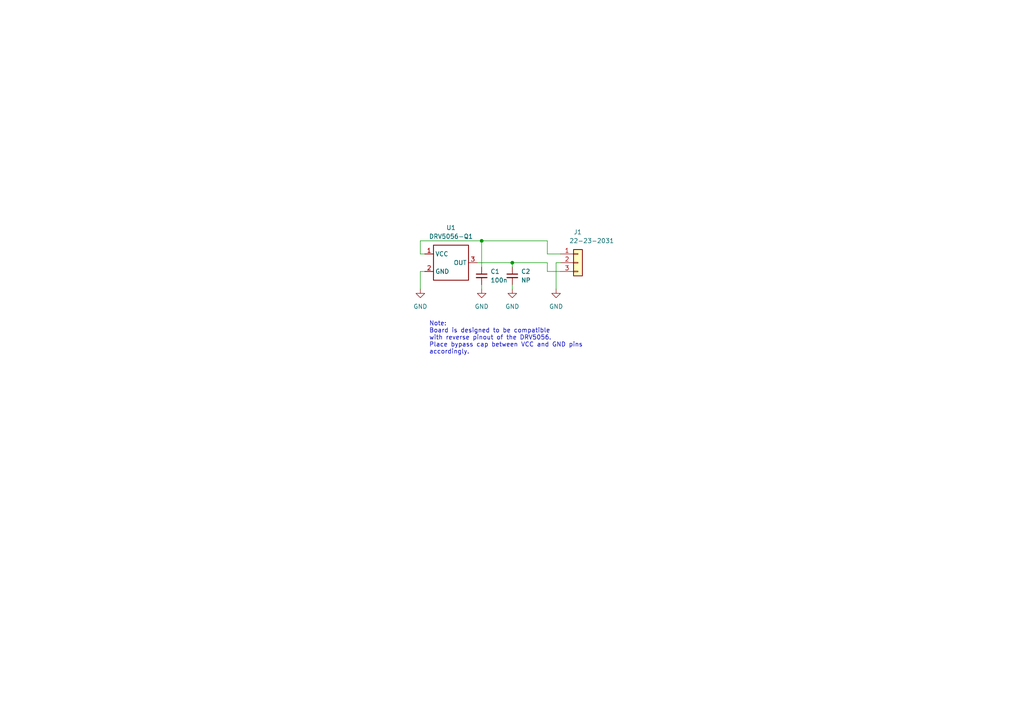
<source format=kicad_sch>
(kicad_sch (version 20211123) (generator eeschema)
  (paper "A4")
  (lib_symbols
    (symbol "Connector_Generic:Conn_01x03" (pin_names (offset 1.016) hide)
      (property "Reference" "J" (at 0 5.08 0))
      (property "Value" "Conn_01x03" (at 0 -5.08 0))
      (symbol "Conn_01x03_1_1"
        (rectangle (start -1.27 -2.413) (end 0 -2.667) (stroke (width 0.1524)))
        (rectangle (start -1.27 0.127) (end 0 -0.127) (stroke (width 0.1524)))
        (rectangle (start -1.27 2.667) (end 0 2.413) (stroke (width 0.1524)))
        (rectangle (start -1.27 3.81) (end 1.27 -3.81) (stroke (width 0.254)) (fill (type background)))
        (pin passive line (at -5.08 2.54 0) (length 3.81) (name "Pin_1") (number "1"))
        (pin passive line (at -5.08 0 0) (length 3.81) (name "Pin_2") (number "2"))
        (pin passive line (at -5.08 -2.54 0) (length 3.81) (name "Pin_3") (number "3"))
      )
    )
    (symbol "DRV5056-Q1:DRV5056-Q1"
      (property "Reference" "U" (at -3.81 8.89 0))
      (property "Value" "DRV5056-Q1" (at 0 6.35 0))
      (symbol "DRV5056-Q1_0_1"
        (rectangle (start -5.08 5.08) (end 5.08 -5.08) (stroke (width 0.254)))
      )
      (symbol "DRV5056-Q1_1_1"
        (pin power_in line (at -7.62 2.54 0) (length 2.54) (name "VCC") (number "1"))
        (pin power_in line (at -7.62 -2.54 0) (length 2.54) (name "GND") (number "2"))
        (pin output line (at 7.62 0 180) (length 2.54) (name "OUT") (number "3"))
      )
    )
    (symbol "Device:C_Small" (pin_numbers hide) (pin_names (offset 0.254) hide)
      (property "Reference" "C" (at 0.254 1.778 0))
      (property "Value" "C_Small" (at 0.254 -2.032 0))
      (symbol "C_Small_0_1"
        (polyline (pts (xy -1.524 -0.508) (xy 1.524 -0.508)) (stroke (width 0.3302)))
        (polyline (pts (xy -1.524 0.508) (xy 1.524 0.508)) (stroke (width 0.3048)))
      )
      (symbol "C_Small_1_1"
        (pin passive line (at 0 2.54 270) (length 2.032) (name "~") (number "1"))
        (pin passive line (at 0 -2.54 90) (length 2.032) (name "~") (number "2"))
      )
    )
    (symbol "power:GND" (power) (pin_names (offset 0))
      (property "Value" "GND" (at 0 -3.81 0))
      (symbol "GND_0_1"
        (polyline (pts (xy 0 0) (xy 0 -1.27) (xy 1.27 -1.27) (xy 0 -2.54) (xy -1.27 -1.27) (xy 0 -1.27)))
      )
      (symbol "GND_1_1"
        (pin power_in line (at 0 0 270) (length 0) hide (name "GND") (number "1"))
      )
    )
  )
  (junction (at 148.59 76.2))
  (junction (at 139.7 69.85))
  (wire (pts (xy 121.92 78.74) (xy 121.92 83.82)))
  (wire (pts (xy 158.75 78.74) (xy 158.75 76.2)))
  (wire (pts (xy 121.92 69.85) (xy 121.92 73.66)))
  (wire (pts (xy 158.75 76.2) (xy 148.59 76.2)))
  (wire (pts (xy 162.56 73.66) (xy 158.75 73.66)))
  (wire (pts (xy 121.92 73.66) (xy 123.19 73.66)))
  (wire (pts (xy 139.7 82.55) (xy 139.7 83.82)))
  (wire (pts (xy 161.29 76.2) (xy 161.29 83.82)))
  (wire (pts (xy 148.59 82.55) (xy 148.59 83.82)))
  (wire (pts (xy 148.59 76.2) (xy 148.59 77.47)))
  (wire (pts (xy 162.56 78.74) (xy 158.75 78.74)))
  (wire (pts (xy 158.75 73.66) (xy 158.75 69.85)))
  (wire (pts (xy 123.19 78.74) (xy 121.92 78.74)))
  (wire (pts (xy 158.75 69.85) (xy 139.7 69.85)))
  (wire (pts (xy 139.7 69.85) (xy 121.92 69.85)))
  (wire (pts (xy 139.7 69.85) (xy 139.7 77.47)))
  (wire (pts (xy 148.59 76.2) (xy 138.43 76.2)))
  (wire (pts (xy 161.29 76.2) (xy 162.56 76.2)))
  (text "Note:\nBoard is designed to be compatible\nwith reverse pinout of the DRV5056.\nPlace bypass cap between VCC and GND pins\naccordingly." (at 124.46 102.87 0) (effects (font (size 1.27 1.27)) (justify left bottom)))
  (symbol (lib_id "Device:C_Small") (at 148.59 80.01 0) (unit 1)
    (property "Reference" "C2" (at 151.13 78.7462 0) (effects (justify left)))
    (property "Value" "NP" (at 151.13 81.2862 0) (effects (justify left)))
    (property "Footprint" "Capacitor_SMD:C_0603_1608Metric" (effects hide))
  )
  (symbol (lib_id "DRV5056-Q1:DRV5056-Q1") (at 130.81 76.2 0) (unit 1)
    (property "Reference" "U1" (at 130.81 66.04 0))
    (property "Value" "DRV5056-Q1" (at 130.81 68.58 0))
    (property "Footprint" "Package_TO_SOT_THT:TO-92Flat" (effects hide))
    (property "Datasheet" "https://www.ti.com/lit/ds/symlink/drv5056-q1.pdf" (effects hide))
  )
  (symbol (lib_id "power:GND") (at 148.59 83.82 0) (unit 1)
    (property "Reference" "#PWR0103" (effects hide))
    (property "Value" "GND" (at 148.59 88.9 0))
  )
  (symbol (lib_id "power:GND") (at 121.92 83.82 0) (unit 1)
    (property "Reference" "#PWR0102" (effects hide))
    (property "Value" "GND" (at 121.92 88.9 0))
  )
  (symbol (lib_id "power:GND") (at 161.29 83.82 0) (unit 1)
    (property "Reference" "#PWR0101" (effects hide))
    (property "Value" "GND" (at 161.29 88.9 0))
  )
  (symbol (lib_id "power:GND") (at 139.7 83.82 0) (unit 1)
    (property "Reference" "#PWR0104" (effects hide))
    (property "Value" "GND" (at 139.7 88.9 0))
  )
  (symbol (lib_id "Connector_Generic:Conn_01x03") (at 167.64 76.2 0) (unit 1)
    (property "Reference" "J1" (at 166.37 67.31 0) (effects (justify left)))
    (property "Value" "22-23-2031" (at 165.1 69.85 0) (effects (justify left)))
    (property "Footprint" "22-23-2031:22-23-2031" (effects hide))
  )
  (symbol (lib_id "Device:C_Small") (at 139.7 80.01 0) (unit 1)
    (property "Reference" "C1" (at 142.24 78.7462 0) (effects (justify left)))
    (property "Value" "100n" (at 142.24 81.2862 0) (effects (justify left)))
    (property "Footprint" "Capacitor_SMD:C_0603_1608Metric" (effects hide))
  )
)
</source>
